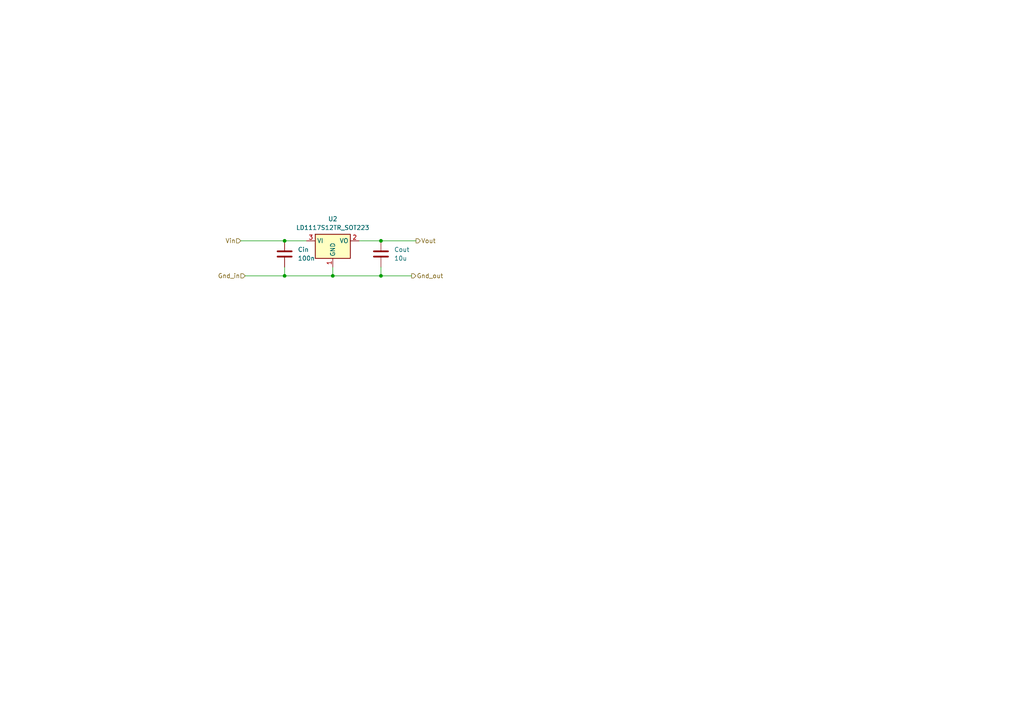
<source format=kicad_sch>
(kicad_sch (version 20250114) (generator "eeschema") (generator_version "9.0")
  (paper "A4")
  (title_block (title "Voltage Regulator Protoboard") (date "2025-05-05") (rev "V1.1"))
  (lib_symbols
    (symbol "Device:C" (pin_numbers (hide yes)) (pin_names (offset 0.254))
      (property "Reference" "C" (at 0.635 2.54 0))
      (property "Value" "C" (at 0.635 -2.54 0))
      (symbol "C_0_1"
        (polyline (pts (xy -2.032 0.762) (xy 2.032 0.762)) (stroke (width 0.508)))
        (polyline (pts (xy -2.032 -0.762) (xy 2.032 -0.762)) (stroke (width 0.508)))
      )
      (symbol "C_1_1"
        (pin passive line (at 0 3.81 270) (length 2.794) (name "~") (number "1"))
        (pin passive line (at 0 -3.81 90) (length 2.794) (name "~") (number "2"))
      )
    )
    (symbol "Regulator_Linear:LD1117S12TR_SOT223"
      (property "Reference" "U" (at -3.81 3.175 0))
      (property "Value" "LD1117S12TR_SOT223" (at 0 3.175 0))
      (symbol "LD1117S12TR_SOT223_0_1"
        (rectangle (start -5.08 -5.08) (end 5.08 1.905) (stroke (width 0.254)) (fill (type background)))
      )
      (symbol "LD1117S12TR_SOT223_1_1"
        (pin power_in line (at -7.62 0 0) (length 2.54) (name "VI") (number "3"))
        (pin power_in line (at 0 -7.62 90) (length 2.54) (name "GND") (number "1"))
        (pin power_out line (at 7.62 0 180) (length 2.54) (name "VO") (number "2"))
      )
    )
  )
  (junction (at 110.49 80.01))
  (junction (at 110.49 69.85))
  (junction (at 82.55 80.01))
  (junction (at 96.52 80.01))
  (junction (at 82.55 69.85))
  (wire (pts (xy 69.85 69.85) (xy 82.55 69.85)))
  (wire (pts (xy 71.12 80.01) (xy 82.55 80.01)))
  (wire (pts (xy 82.55 80.01) (xy 96.52 80.01)))
  (wire (pts (xy 110.49 77.47) (xy 110.49 80.01)))
  (wire (pts (xy 104.14 69.85) (xy 110.49 69.85)))
  (wire (pts (xy 110.49 69.85) (xy 120.65 69.85)))
  (wire (pts (xy 96.52 77.47) (xy 96.52 80.01)))
  (wire (pts (xy 82.55 77.47) (xy 82.55 80.01)))
  (wire (pts (xy 96.52 80.01) (xy 110.49 80.01)))
  (wire (pts (xy 110.49 80.01) (xy 119.38 80.01)))
  (wire (pts (xy 82.55 69.85) (xy 88.9 69.85)))
  (hierarchical_label "Gnd_out" (shape output) (at 119.38 80.01 0))
  (hierarchical_label "Vout" (shape output) (at 120.65 69.85 0))
  (hierarchical_label "Vin" (shape input) (at 69.85 69.85 180))
  (hierarchical_label "Gnd_in" (shape input) (at 71.12 80.01 180))
  (symbol (lib_id "Device:C") (at 82.55 73.66 0) (unit 1)
    (property "Reference" "Cin" (at 86.36 72.3899 0) (effects (justify left)))
    (property "Value" "100n" (at 86.36 74.9299 0) (effects (justify left)))
    (property "Description" "Unpolarized capacitor" (effects (hide yes)))
  )
  (symbol (lib_id "Regulator_Linear:LD1117S12TR_SOT223") (at 96.52 69.85 0) (unit 1)
    (property "Reference" "U2" (at 96.52 63.5 0))
    (property "Value" "LD1117S12TR_SOT223" (at 96.52 66.04 0))
    (property "Footprint" "Package_TO_SOT_SMD:SOT-223-3_TabPin2" (effects (hide yes)))
    (property "Datasheet" "http://www.st.com/st-web-ui/static/active/en/resource/technical/document/datasheet/CD00000544.pdf" (effects (hide yes)))
    (property "Description" "800mA Fixed Low Drop Positive Voltage Regulator, Fixed Output 1.2V, SOT-223" (effects (hide yes)))
  )
  (symbol (lib_id "Device:C") (at 110.49 73.66 0) (unit 1)
    (property "Reference" "Cout" (at 114.3 72.3899 0) (effects (justify left)))
    (property "Value" "10u" (at 114.3 74.9299 0) (effects (justify left)))
    (property "Description" "Unpolarized capacitor" (effects (hide yes)))
  )
)
</source>
